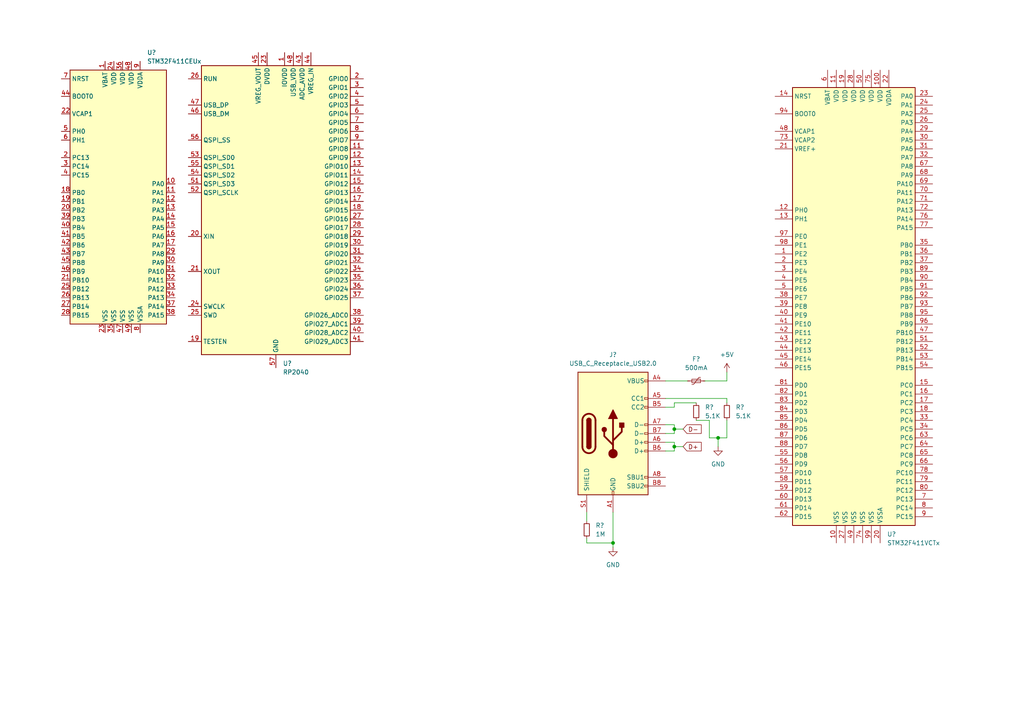
<source format=kicad_sch>
(kicad_sch (version 20211123) (generator eeschema)
  (paper "A4")
  (lib_symbols
    (symbol "Connector:USB_C_Receptacle_USB2.0" (pin_names (offset 1.016))
      (property "Reference" "J" (at -10.16 19.05 0))
      (property "Value" "USB_C_Receptacle_USB2.0" (at 19.05 19.05 0))
      (symbol "USB_C_Receptacle_USB2.0_0_0"
        (rectangle (start -0.254 -17.78) (end 0.254 -16.764))
        (rectangle (start 10.16 -14.986) (end 9.144 -15.494))
        (rectangle (start 10.16 -12.446) (end 9.144 -12.954))
        (rectangle (start 10.16 -4.826) (end 9.144 -5.334))
        (rectangle (start 10.16 -2.286) (end 9.144 -2.794))
        (rectangle (start 10.16 0.254) (end 9.144 -0.254))
        (rectangle (start 10.16 2.794) (end 9.144 2.286))
        (rectangle (start 10.16 7.874) (end 9.144 7.366))
        (rectangle (start 10.16 10.414) (end 9.144 9.906))
        (rectangle (start 10.16 15.494) (end 9.144 14.986))
      )
      (symbol "USB_C_Receptacle_USB2.0_0_1"
        (rectangle (start -10.16 17.78) (end 10.16 -17.78) (stroke (width 0.254)) (fill (type background)))
        (arc (start -8.89 -3.81) (mid -6.985 -5.715) (end -5.08 -3.81) (stroke (width 0.508)))
        (arc (start -7.62 -3.81) (mid -6.985 -4.445) (end -6.35 -3.81) (stroke (width 0.254)))
        (arc (start -7.62 -3.81) (mid -6.985 -4.445) (end -6.35 -3.81) (stroke (width 0.254)) (fill (type outline)))
        (rectangle (start -7.62 -3.81) (end -6.35 3.81) (stroke (width 0.254)) (fill (type outline)))
        (arc (start -6.35 3.81) (mid -6.985 4.445) (end -7.62 3.81) (stroke (width 0.254)))
        (arc (start -6.35 3.81) (mid -6.985 4.445) (end -7.62 3.81) (stroke (width 0.254)) (fill (type outline)))
        (arc (start -5.08 3.81) (mid -6.985 5.715) (end -8.89 3.81) (stroke (width 0.508)))
        (circle (center -2.54 1.143) (radius 0.635) (stroke (width 0.254)) (fill (type outline)))
        (circle (center 0 -5.842) (radius 1.27) (fill (type outline)))
        (polyline (pts (xy -8.89 -3.81) (xy -8.89 3.81)) (stroke (width 0.508)))
        (polyline (pts (xy -5.08 3.81) (xy -5.08 -3.81)) (stroke (width 0.508)))
        (polyline (pts (xy 0 -5.842) (xy 0 4.318)) (stroke (width 0.508)))
        (polyline (pts (xy 0 -3.302) (xy -2.54 -0.762) (xy -2.54 0.508)) (stroke (width 0.508)))
        (polyline (pts (xy 0 -2.032) (xy 2.54 0.508) (xy 2.54 1.778)) (stroke (width 0.508)))
        (polyline (pts (xy -1.27 4.318) (xy 0 6.858) (xy 1.27 4.318) (xy -1.27 4.318)) (stroke (width 0.254)) (fill (type outline)))
        (rectangle (start 1.905 1.778) (end 3.175 3.048) (stroke (width 0.254)) (fill (type outline)))
      )
      (symbol "USB_C_Receptacle_USB2.0_1_1"
        (pin passive line (at 0 -22.86 90) (length 5.08) (name "GND") (number "A1"))
        (pin passive line (at 0 -22.86 90) (length 5.08) hide (name "GND") (number "A12"))
        (pin passive line (at 15.24 15.24 180) (length 5.08) (name "VBUS") (number "A4"))
        (pin bidirectional line (at 15.24 10.16 180) (length 5.08) (name "CC1") (number "A5"))
        (pin bidirectional line (at 15.24 -2.54 180) (length 5.08) (name "D+") (number "A6"))
        (pin bidirectional line (at 15.24 2.54 180) (length 5.08) (name "D-") (number "A7"))
        (pin bidirectional line (at 15.24 -12.7 180) (length 5.08) (name "SBU1") (number "A8"))
        (pin passive line (at 15.24 15.24 180) (length 5.08) hide (name "VBUS") (number "A9"))
        (pin passive line (at 0 -22.86 90) (length 5.08) hide (name "GND") (number "B1"))
        (pin passive line (at 0 -22.86 90) (length 5.08) hide (name "GND") (number "B12"))
        (pin passive line (at 15.24 15.24 180) (length 5.08) hide (name "VBUS") (number "B4"))
        (pin bidirectional line (at 15.24 7.62 180) (length 5.08) (name "CC2") (number "B5"))
        (pin bidirectional line (at 15.24 -5.08 180) (length 5.08) (name "D+") (number "B6"))
        (pin bidirectional line (at 15.24 0 180) (length 5.08) (name "D-") (number "B7"))
        (pin bidirectional line (at 15.24 -15.24 180) (length 5.08) (name "SBU2") (number "B8"))
        (pin passive line (at 15.24 15.24 180) (length 5.08) hide (name "VBUS") (number "B9"))
        (pin passive line (at -7.62 -22.86 90) (length 5.08) (name "SHIELD") (number "S1"))
      )
    )
    (symbol "Device:Polyfuse_Small" (pin_numbers hide) (pin_names (offset 0))
      (property "Reference" "F" (at -1.905 0 90))
      (property "Value" "Polyfuse_Small" (at 1.905 0 90))
      (symbol "Polyfuse_Small_0_1"
        (rectangle (start -0.508 1.27) (end 0.508 -1.27))
        (polyline (pts (xy 0 2.54) (xy 0 -2.54)))
        (polyline (pts (xy -1.016 1.27) (xy -1.016 0.762) (xy 1.016 -0.762) (xy 1.016 -1.27)))
      )
      (symbol "Polyfuse_Small_1_1"
        (pin passive line (at 0 2.54 270) (length 0.635) (name "~") (number "1"))
        (pin passive line (at 0 -2.54 90) (length 0.635) (name "~") (number "2"))
      )
    )
    (symbol "Device:R_Small" (pin_numbers hide) (pin_names (offset 0.254) hide)
      (property "Reference" "R" (at 0.762 0.508 0))
      (property "Value" "R_Small" (at 0.762 -1.016 0))
      (symbol "R_Small_0_1"
        (rectangle (start -0.762 1.778) (end 0.762 -1.778) (stroke (width 0.2032)))
      )
      (symbol "R_Small_1_1"
        (pin passive line (at 0 2.54 270) (length 0.762) (name "~") (number "1"))
        (pin passive line (at 0 -2.54 90) (length 0.762) (name "~") (number "2"))
      )
    )
    (symbol "MCU_RaspberryPi:RP2040"
      (property "Reference" "U" (at 17.78 45.72 0))
      (property "Value" "RP2040" (at 17.78 43.18 0))
      (symbol "RP2040_0_1"
        (rectangle (start -21.59 41.91) (end 21.59 -41.91) (stroke (width 0.254)) (fill (type background)))
      )
      (symbol "RP2040_1_1"
        (pin power_in line (at 2.54 45.72 270) (length 3.81) (name "IOVDD") (number "1"))
        (pin passive line (at 2.54 45.72 270) (length 3.81) hide (name "IOVDD") (number "10"))
        (pin bidirectional line (at 25.4 17.78 180) (length 3.81) (name "GPIO8") (number "11"))
        (pin bidirectional line (at 25.4 15.24 180) (length 3.81) (name "GPIO9") (number "12"))
        (pin bidirectional line (at 25.4 12.7 180) (length 3.81) (name "GPIO10") (number "13"))
        (pin bidirectional line (at 25.4 10.16 180) (length 3.81) (name "GPIO11") (number "14"))
        (pin bidirectional line (at 25.4 7.62 180) (length 3.81) (name "GPIO12") (number "15"))
        (pin bidirectional line (at 25.4 5.08 180) (length 3.81) (name "GPIO13") (number "16"))
        (pin bidirectional line (at 25.4 2.54 180) (length 3.81) (name "GPIO14") (number "17"))
        (pin bidirectional line (at 25.4 0 180) (length 3.81) (name "GPIO15") (number "18"))
        (pin input line (at -25.4 -38.1 0) (length 3.81) (name "TESTEN") (number "19"))
        (pin bidirectional line (at 25.4 38.1 180) (length 3.81) (name "GPIO0") (number "2"))
        (pin input line (at -25.4 -7.62 0) (length 3.81) (name "XIN") (number "20"))
        (pin passive line (at -25.4 -17.78 0) (length 3.81) (name "XOUT") (number "21"))
        (pin passive line (at 2.54 45.72 270) (length 3.81) hide (name "IOVDD") (number "22"))
        (pin power_in line (at -2.54 45.72 270) (length 3.81) (name "DVDD") (number "23"))
        (pin output line (at -25.4 -27.94 0) (length 3.81) (name "SWCLK") (number "24"))
        (pin bidirectional line (at -25.4 -30.48 0) (length 3.81) (name "SWD") (number "25"))
        (pin input line (at -25.4 38.1 0) (length 3.81) (name "RUN") (number "26"))
        (pin bidirectional line (at 25.4 -2.54 180) (length 3.81) (name "GPIO16") (number "27"))
        (pin bidirectional line (at 25.4 -5.08 180) (length 3.81) (name "GPIO17") (number "28"))
        (pin bidirectional line (at 25.4 -7.62 180) (length 3.81) (name "GPIO18") (number "29"))
        (pin bidirectional line (at 25.4 35.56 180) (length 3.81) (name "GPIO1") (number "3"))
        (pin bidirectional line (at 25.4 -10.16 180) (length 3.81) (name "GPIO19") (number "30"))
        (pin bidirectional line (at 25.4 -12.7 180) (length 3.81) (name "GPIO20") (number "31"))
        (pin bidirectional line (at 25.4 -15.24 180) (length 3.81) (name "GPIO21") (number "32"))
        (pin passive line (at 2.54 45.72 270) (length 3.81) hide (name "IOVDD") (number "33"))
        (pin bidirectional line (at 25.4 -17.78 180) (length 3.81) (name "GPIO22") (number "34"))
        (pin bidirectional line (at 25.4 -20.32 180) (length 3.81) (name "GPIO23") (number "35"))
        (pin bidirectional line (at 25.4 -22.86 180) (length 3.81) (name "GPIO24") (number "36"))
        (pin bidirectional line (at 25.4 -25.4 180) (length 3.81) (name "GPIO25") (number "37"))
        (pin bidirectional line (at 25.4 -30.48 180) (length 3.81) (name "GPIO26_ADC0") (number "38"))
        (pin bidirectional line (at 25.4 -33.02 180) (length 3.81) (name "GPIO27_ADC1") (number "39"))
        (pin bidirectional line (at 25.4 33.02 180) (length 3.81) (name "GPIO2") (number "4"))
        (pin bidirectional line (at 25.4 -35.56 180) (length 3.81) (name "GPIO28_ADC2") (number "40"))
        (pin bidirectional line (at 25.4 -38.1 180) (length 3.81) (name "GPIO29_ADC3") (number "41"))
        (pin passive line (at 2.54 45.72 270) (length 3.81) hide (name "IOVDD") (number "42"))
        (pin power_in line (at 7.62 45.72 270) (length 3.81) (name "ADC_AVDD") (number "43"))
        (pin power_in line (at 10.16 45.72 270) (length 3.81) (name "VREG_IN") (number "44"))
        (pin power_out line (at -5.08 45.72 270) (length 3.81) (name "VREG_VOUT") (number "45"))
        (pin bidirectional line (at -25.4 27.94 0) (length 3.81) (name "USB_DM") (number "46"))
        (pin bidirectional line (at -25.4 30.48 0) (length 3.81) (name "USB_DP") (number "47"))
        (pin power_in line (at 5.08 45.72 270) (length 3.81) (name "USB_VDD") (number "48"))
        (pin passive line (at 2.54 45.72 270) (length 3.81) hide (name "IOVDD") (number "49"))
        (pin bidirectional line (at 25.4 30.48 180) (length 3.81) (name "GPIO3") (number "5"))
        (pin passive line (at -2.54 45.72 270) (length 3.81) hide (name "DVDD") (number "50"))
        (pin bidirectional line (at -25.4 7.62 0) (length 3.81) (name "QSPI_SD3") (number "51"))
        (pin output line (at -25.4 5.08 0) (length 3.81) (name "QSPI_SCLK") (number "52"))
        (pin bidirectional line (at -25.4 15.24 0) (length 3.81) (name "QSPI_SD0") (number "53"))
        (pin bidirectional line (at -25.4 10.16 0) (length 3.81) (name "QSPI_SD2") (number "54"))
        (pin bidirectional line (at -25.4 12.7 0) (length 3.81) (name "QSPI_SD1") (number "55"))
        (pin bidirectional line (at -25.4 20.32 0) (length 3.81) (name "QSPI_SS") (number "56"))
        (pin power_in line (at 0 -45.72 90) (length 3.81) (name "GND") (number "57"))
        (pin bidirectional line (at 25.4 27.94 180) (length 3.81) (name "GPIO4") (number "6"))
        (pin bidirectional line (at 25.4 25.4 180) (length 3.81) (name "GPIO5") (number "7"))
        (pin bidirectional line (at 25.4 22.86 180) (length 3.81) (name "GPIO6") (number "8"))
        (pin bidirectional line (at 25.4 20.32 180) (length 3.81) (name "GPIO7") (number "9"))
      )
    )
    (symbol "MCU_ST_STM32F4:STM32F411CEUx"
      (property "Reference" "U" (at -15.24 36.83 0))
      (property "Value" "STM32F411CEUx" (at 7.62 36.83 0))
      (symbol "STM32F411CEUx_0_1"
        (rectangle (start -15.24 -38.1) (end 12.7 35.56) (stroke (width 0.254)) (fill (type background)))
      )
      (symbol "STM32F411CEUx_1_1"
        (pin power_in line (at -5.08 38.1 270) (length 2.54) (name "VBAT") (number "1"))
        (pin bidirectional line (at 15.24 2.54 180) (length 2.54) (name "PA0") (number "10"))
        (pin bidirectional line (at 15.24 0 180) (length 2.54) (name "PA1") (number "11"))
        (pin bidirectional line (at 15.24 -2.54 180) (length 2.54) (name "PA2") (number "12"))
        (pin bidirectional line (at 15.24 -5.08 180) (length 2.54) (name "PA3") (number "13"))
        (pin bidirectional line (at 15.24 -7.62 180) (length 2.54) (name "PA4") (number "14"))
        (pin bidirectional line (at 15.24 -10.16 180) (length 2.54) (name "PA5") (number "15"))
        (pin bidirectional line (at 15.24 -12.7 180) (length 2.54) (name "PA6") (number "16"))
        (pin bidirectional line (at 15.24 -15.24 180) (length 2.54) (name "PA7") (number "17"))
        (pin bidirectional line (at -17.78 0 0) (length 2.54) (name "PB0") (number "18"))
        (pin bidirectional line (at -17.78 -2.54 0) (length 2.54) (name "PB1") (number "19"))
        (pin bidirectional line (at -17.78 10.16 0) (length 2.54) (name "PC13") (number "2"))
        (pin bidirectional line (at -17.78 -5.08 0) (length 2.54) (name "PB2") (number "20"))
        (pin bidirectional line (at -17.78 -25.4 0) (length 2.54) (name "PB10") (number "21"))
        (pin power_in line (at -17.78 22.86 0) (length 2.54) (name "VCAP1") (number "22"))
        (pin power_in line (at -5.08 -40.64 90) (length 2.54) (name "VSS") (number "23"))
        (pin power_in line (at -2.54 38.1 270) (length 2.54) (name "VDD") (number "24"))
        (pin bidirectional line (at -17.78 -27.94 0) (length 2.54) (name "PB12") (number "25"))
        (pin bidirectional line (at -17.78 -30.48 0) (length 2.54) (name "PB13") (number "26"))
        (pin bidirectional line (at -17.78 -33.02 0) (length 2.54) (name "PB14") (number "27"))
        (pin bidirectional line (at -17.78 -35.56 0) (length 2.54) (name "PB15") (number "28"))
        (pin bidirectional line (at 15.24 -17.78 180) (length 2.54) (name "PA8") (number "29"))
        (pin bidirectional line (at -17.78 7.62 0) (length 2.54) (name "PC14") (number "3"))
        (pin bidirectional line (at 15.24 -20.32 180) (length 2.54) (name "PA9") (number "30"))
        (pin bidirectional line (at 15.24 -22.86 180) (length 2.54) (name "PA10") (number "31"))
        (pin bidirectional line (at 15.24 -25.4 180) (length 2.54) (name "PA11") (number "32"))
        (pin bidirectional line (at 15.24 -27.94 180) (length 2.54) (name "PA12") (number "33"))
        (pin bidirectional line (at 15.24 -30.48 180) (length 2.54) (name "PA13") (number "34"))
        (pin power_in line (at -2.54 -40.64 90) (length 2.54) (name "VSS") (number "35"))
        (pin power_in line (at 0 38.1 270) (length 2.54) (name "VDD") (number "36"))
        (pin bidirectional line (at 15.24 -33.02 180) (length 2.54) (name "PA14") (number "37"))
        (pin bidirectional line (at 15.24 -35.56 180) (length 2.54) (name "PA15") (number "38"))
        (pin bidirectional line (at -17.78 -7.62 0) (length 2.54) (name "PB3") (number "39"))
        (pin bidirectional line (at -17.78 5.08 0) (length 2.54) (name "PC15") (number "4"))
        (pin bidirectional line (at -17.78 -10.16 0) (length 2.54) (name "PB4") (number "40"))
        (pin bidirectional line (at -17.78 -12.7 0) (length 2.54) (name "PB5") (number "41"))
        (pin bidirectional line (at -17.78 -15.24 0) (length 2.54) (name "PB6") (number "42"))
        (pin bidirectional line (at -17.78 -17.78 0) (length 2.54) (name "PB7") (number "43"))
        (pin input line (at -17.78 27.94 0) (length 2.54) (name "BOOT0") (number "44"))
        (pin bidirectional line (at -17.78 -20.32 0) (length 2.54) (name "PB8") (number "45"))
        (pin bidirectional line (at -17.78 -22.86 0) (length 2.54) (name "PB9") (number "46"))
        (pin power_in line (at 0 -40.64 90) (length 2.54) (name "VSS") (number "47"))
        (pin power_in line (at 2.54 38.1 270) (length 2.54) (name "VDD") (number "48"))
        (pin power_in line (at 2.54 -40.64 90) (length 2.54) (name "VSS") (number "49"))
        (pin input line (at -17.78 17.78 0) (length 2.54) (name "PH0") (number "5"))
        (pin input line (at -17.78 15.24 0) (length 2.54) (name "PH1") (number "6"))
        (pin input line (at -17.78 33.02 0) (length 2.54) (name "NRST") (number "7"))
        (pin power_in line (at 5.08 -40.64 90) (length 2.54) (name "VSSA") (number "8"))
        (pin power_in line (at 5.08 38.1 270) (length 2.54) (name "VDDA") (number "9"))
      )
    )
    (symbol "MCU_ST_STM32F4:STM32F411VCTx"
      (property "Reference" "U" (at -17.78 64.77 0))
      (property "Value" "STM32F411VCTx" (at 12.7 64.77 0))
      (symbol "STM32F411VCTx_0_1"
        (rectangle (start -17.78 -63.5) (end 17.78 63.5) (stroke (width 0.254)) (fill (type background)))
      )
      (symbol "STM32F411VCTx_1_1"
        (pin bidirectional line (at -22.86 15.24 0) (length 5.08) (name "PE2") (number "1"))
        (pin power_in line (at -5.08 -68.58 90) (length 5.08) (name "VSS") (number "10"))
        (pin power_in line (at 7.62 68.58 270) (length 5.08) (name "VDD") (number "100"))
        (pin power_in line (at -5.08 68.58 270) (length 5.08) (name "VDD") (number "11"))
        (pin input line (at -22.86 27.94 0) (length 5.08) (name "PH0") (number "12"))
        (pin input line (at -22.86 25.4 0) (length 5.08) (name "PH1") (number "13"))
        (pin input line (at -22.86 60.96 0) (length 5.08) (name "NRST") (number "14"))
        (pin bidirectional line (at 22.86 -22.86 180) (length 5.08) (name "PC0") (number "15"))
        (pin bidirectional line (at 22.86 -25.4 180) (length 5.08) (name "PC1") (number "16"))
        (pin bidirectional line (at 22.86 -27.94 180) (length 5.08) (name "PC2") (number "17"))
        (pin bidirectional line (at 22.86 -30.48 180) (length 5.08) (name "PC3") (number "18"))
        (pin power_in line (at -2.54 68.58 270) (length 5.08) (name "VDD") (number "19"))
        (pin bidirectional line (at -22.86 12.7 0) (length 5.08) (name "PE3") (number "2"))
        (pin power_in line (at 7.62 -68.58 90) (length 5.08) (name "VSSA") (number "20"))
        (pin power_in line (at -22.86 45.72 0) (length 5.08) (name "VREF+") (number "21"))
        (pin power_in line (at 10.16 68.58 270) (length 5.08) (name "VDDA") (number "22"))
        (pin bidirectional line (at 22.86 60.96 180) (length 5.08) (name "PA0") (number "23"))
        (pin bidirectional line (at 22.86 58.42 180) (length 5.08) (name "PA1") (number "24"))
        (pin bidirectional line (at 22.86 55.88 180) (length 5.08) (name "PA2") (number "25"))
        (pin bidirectional line (at 22.86 53.34 180) (length 5.08) (name "PA3") (number "26"))
        (pin power_in line (at -2.54 -68.58 90) (length 5.08) (name "VSS") (number "27"))
        (pin power_in line (at 0 68.58 270) (length 5.08) (name "VDD") (number "28"))
        (pin bidirectional line (at 22.86 50.8 180) (length 5.08) (name "PA4") (number "29"))
        (pin bidirectional line (at -22.86 10.16 0) (length 5.08) (name "PE4") (number "3"))
        (pin bidirectional line (at 22.86 48.26 180) (length 5.08) (name "PA5") (number "30"))
        (pin bidirectional line (at 22.86 45.72 180) (length 5.08) (name "PA6") (number "31"))
        (pin bidirectional line (at 22.86 43.18 180) (length 5.08) (name "PA7") (number "32"))
        (pin bidirectional line (at 22.86 -33.02 180) (length 5.08) (name "PC4") (number "33"))
        (pin bidirectional line (at 22.86 -35.56 180) (length 5.08) (name "PC5") (number "34"))
        (pin bidirectional line (at 22.86 17.78 180) (length 5.08) (name "PB0") (number "35"))
        (pin bidirectional line (at 22.86 15.24 180) (length 5.08) (name "PB1") (number "36"))
        (pin bidirectional line (at 22.86 12.7 180) (length 5.08) (name "PB2") (number "37"))
        (pin bidirectional line (at -22.86 2.54 0) (length 5.08) (name "PE7") (number "38"))
        (pin bidirectional line (at -22.86 0 0) (length 5.08) (name "PE8") (number "39"))
        (pin bidirectional line (at -22.86 7.62 0) (length 5.08) (name "PE5") (number "4"))
        (pin bidirectional line (at -22.86 -2.54 0) (length 5.08) (name "PE9") (number "40"))
        (pin bidirectional line (at -22.86 -5.08 0) (length 5.08) (name "PE10") (number "41"))
        (pin bidirectional line (at -22.86 -7.62 0) (length 5.08) (name "PE11") (number "42"))
        (pin bidirectional line (at -22.86 -10.16 0) (length 5.08) (name "PE12") (number "43"))
        (pin bidirectional line (at -22.86 -12.7 0) (length 5.08) (name "PE13") (number "44"))
        (pin bidirectional line (at -22.86 -15.24 0) (length 5.08) (name "PE14") (number "45"))
        (pin bidirectional line (at -22.86 -17.78 0) (length 5.08) (name "PE15") (number "46"))
        (pin bidirectional line (at 22.86 -7.62 180) (length 5.08) (name "PB10") (number "47"))
        (pin power_in line (at -22.86 50.8 0) (length 5.08) (name "VCAP1") (number "48"))
        (pin power_in line (at 0 -68.58 90) (length 5.08) (name "VSS") (number "49"))
        (pin bidirectional line (at -22.86 5.08 0) (length 5.08) (name "PE6") (number "5"))
        (pin power_in line (at 2.54 68.58 270) (length 5.08) (name "VDD") (number "50"))
        (pin bidirectional line (at 22.86 -10.16 180) (length 5.08) (name "PB12") (number "51"))
        (pin bidirectional line (at 22.86 -12.7 180) (length 5.08) (name "PB13") (number "52"))
        (pin bidirectional line (at 22.86 -15.24 180) (length 5.08) (name "PB14") (number "53"))
        (pin bidirectional line (at 22.86 -17.78 180) (length 5.08) (name "PB15") (number "54"))
        (pin bidirectional line (at -22.86 -43.18 0) (length 5.08) (name "PD8") (number "55"))
        (pin bidirectional line (at -22.86 -45.72 0) (length 5.08) (name "PD9") (number "56"))
        (pin bidirectional line (at -22.86 -48.26 0) (length 5.08) (name "PD10") (number "57"))
        (pin bidirectional line (at -22.86 -50.8 0) (length 5.08) (name "PD11") (number "58"))
        (pin bidirectional line (at -22.86 -53.34 0) (length 5.08) (name "PD12") (number "59"))
        (pin power_in line (at -7.62 68.58 270) (length 5.08) (name "VBAT") (number "6"))
        (pin bidirectional line (at -22.86 -55.88 0) (length 5.08) (name "PD13") (number "60"))
        (pin bidirectional line (at -22.86 -58.42 0) (length 5.08) (name "PD14") (number "61"))
        (pin bidirectional line (at -22.86 -60.96 0) (length 5.08) (name "PD15") (number "62"))
        (pin bidirectional line (at 22.86 -38.1 180) (length 5.08) (name "PC6") (number "63"))
        (pin bidirectional line (at 22.86 -40.64 180) (length 5.08) (name "PC7") (number "64"))
        (pin bidirectional line (at 22.86 -43.18 180) (length 5.08) (name "PC8") (number "65"))
        (pin bidirectional line (at 22.86 -45.72 180) (length 5.08) (name "PC9") (number "66"))
        (pin bidirectional line (at 22.86 40.64 180) (length 5.08) (name "PA8") (number "67"))
        (pin bidirectional line (at 22.86 38.1 180) (length 5.08) (name "PA9") (number "68"))
        (pin bidirectional line (at 22.86 35.56 180) (length 5.08) (name "PA10") (number "69"))
        (pin bidirectional line (at 22.86 -55.88 180) (length 5.08) (name "PC13") (number "7"))
        (pin bidirectional line (at 22.86 33.02 180) (length 5.08) (name "PA11") (number "70"))
        (pin bidirectional line (at 22.86 30.48 180) (length 5.08) (name "PA12") (number "71"))
        (pin bidirectional line (at 22.86 27.94 180) (length 5.08) (name "PA13") (number "72"))
        (pin power_in line (at -22.86 48.26 0) (length 5.08) (name "VCAP2") (number "73"))
        (pin power_in line (at 2.54 -68.58 90) (length 5.08) (name "VSS") (number "74"))
        (pin power_in line (at 5.08 68.58 270) (length 5.08) (name "VDD") (number "75"))
        (pin bidirectional line (at 22.86 25.4 180) (length 5.08) (name "PA14") (number "76"))
        (pin bidirectional line (at 22.86 22.86 180) (length 5.08) (name "PA15") (number "77"))
        (pin bidirectional line (at 22.86 -48.26 180) (length 5.08) (name "PC10") (number "78"))
        (pin bidirectional line (at 22.86 -50.8 180) (length 5.08) (name "PC11") (number "79"))
        (pin bidirectional line (at 22.86 -58.42 180) (length 5.08) (name "PC14") (number "8"))
        (pin bidirectional line (at 22.86 -53.34 180) (length 5.08) (name "PC12") (number "80"))
        (pin bidirectional line (at -22.86 -22.86 0) (length 5.08) (name "PD0") (number "81"))
        (pin bidirectional line (at -22.86 -25.4 0) (length 5.08) (name "PD1") (number "82"))
        (pin bidirectional line (at -22.86 -27.94 0) (length 5.08) (name "PD2") (number "83"))
        (pin bidirectional line (at -22.86 -30.48 0) (length 5.08) (name "PD3") (number "84"))
        (pin bidirectional line (at -22.86 -33.02 0) (length 5.08) (name "PD4") (number "85"))
        (pin bidirectional line (at -22.86 -35.56 0) (length 5.08) (name "PD5") (number "86"))
        (pin bidirectional line (at -22.86 -38.1 0) (length 5.08) (name "PD6") (number "87"))
        (pin bidirectional line (at -22.86 -40.64 0) (length 5.08) (name "PD7") (number "88"))
        (pin bidirectional line (at 22.86 10.16 180) (length 5.08) (name "PB3") (number "89"))
        (pin bidirectional line (at 22.86 -60.96 180) (length 5.08) (name "PC15") (number "9"))
        (pin bidirectional line (at 22.86 7.62 180) (length 5.08) (name "PB4") (number "90"))
        (pin bidirectional line (at 22.86 5.08 180) (length 5.08) (name "PB5") (number "91"))
        (pin bidirectional line (at 22.86 2.54 180) (length 5.08) (name "PB6") (number "92"))
        (pin bidirectional line (at 22.86 0 180) (length 5.08) (name "PB7") (number "93"))
        (pin input line (at -22.86 55.88 0) (length 5.08) (name "BOOT0") (number "94"))
        (pin bidirectional line (at 22.86 -2.54 180) (length 5.08) (name "PB8") (number "95"))
        (pin bidirectional line (at 22.86 -5.08 180) (length 5.08) (name "PB9") (number "96"))
        (pin bidirectional line (at -22.86 20.32 0) (length 5.08) (name "PE0") (number "97"))
        (pin bidirectional line (at -22.86 17.78 0) (length 5.08) (name "PE1") (number "98"))
        (pin power_in line (at 5.08 -68.58 90) (length 5.08) (name "VSS") (number "99"))
      )
    )
    (symbol "power:+5V" (power) (pin_names (offset 0))
      (property "Value" "+5V" (at 0 3.556 0))
      (symbol "+5V_0_1"
        (polyline (pts (xy -0.762 1.27) (xy 0 2.54)))
        (polyline (pts (xy 0 0) (xy 0 2.54)))
        (polyline (pts (xy 0 2.54) (xy 0.762 1.27)))
      )
      (symbol "+5V_1_1"
        (pin power_in line (at 0 0 90) (length 0) hide (name "+5V") (number "1"))
      )
    )
    (symbol "power:GND" (power) (pin_names (offset 0))
      (property "Value" "GND" (at 0 -3.81 0))
      (symbol "GND_0_1"
        (polyline (pts (xy 0 0) (xy 0 -1.27) (xy 1.27 -1.27) (xy 0 -2.54) (xy -1.27 -1.27) (xy 0 -1.27)))
      )
      (symbol "GND_1_1"
        (pin power_in line (at 0 0 270) (length 0) hide (name "GND") (number "1"))
      )
    )
  )
  (junction (at 177.8 157.48))
  (junction (at 195.58 124.46))
  (junction (at 208.28 127))
  (junction (at 195.58 129.54))
  (wire (pts (xy 208.28 127) (xy 208.28 129.54)))
  (wire (pts (xy 170.18 148.59) (xy 170.18 151.13)))
  (wire (pts (xy 195.58 123.19) (xy 193.04 123.19)))
  (wire (pts (xy 193.04 115.57) (xy 210.82 115.57)))
  (wire (pts (xy 195.58 128.27) (xy 193.04 128.27)))
  (wire (pts (xy 210.82 115.57) (xy 210.82 116.84)))
  (wire (pts (xy 205.74 121.92) (xy 205.74 127)))
  (wire (pts (xy 177.8 148.59) (xy 177.8 157.48)))
  (wire (pts (xy 208.28 127) (xy 210.82 127)))
  (wire (pts (xy 193.04 110.49) (xy 199.39 110.49)))
  (wire (pts (xy 195.58 118.11) (xy 195.58 116.84)))
  (wire (pts (xy 204.47 110.49) (xy 210.82 110.49)))
  (wire (pts (xy 205.74 127) (xy 208.28 127)))
  (wire (pts (xy 195.58 129.54) (xy 195.58 128.27)))
  (wire (pts (xy 193.04 125.73) (xy 195.58 125.73)))
  (wire (pts (xy 195.58 124.46) (xy 195.58 123.19)))
  (wire (pts (xy 195.58 130.81) (xy 195.58 129.54)))
  (wire (pts (xy 195.58 116.84) (xy 201.93 116.84)))
  (wire (pts (xy 195.58 125.73) (xy 195.58 124.46)))
  (wire (pts (xy 201.93 121.92) (xy 205.74 121.92)))
  (wire (pts (xy 170.18 156.21) (xy 170.18 157.48)))
  (wire (pts (xy 195.58 129.54) (xy 198.12 129.54)))
  (wire (pts (xy 177.8 157.48) (xy 177.8 158.75)))
  (wire (pts (xy 193.04 130.81) (xy 195.58 130.81)))
  (wire (pts (xy 210.82 121.92) (xy 210.82 127)))
  (wire (pts (xy 170.18 157.48) (xy 177.8 157.48)))
  (wire (pts (xy 195.58 124.46) (xy 198.12 124.46)))
  (wire (pts (xy 210.82 110.49) (xy 210.82 107.95)))
  (wire (pts (xy 193.04 118.11) (xy 195.58 118.11)))
  (global_label "D+" (shape input) (at 198.12 129.54 0) (property "Intersheet References" "${INTERSHEET_REFS}" (effects hide)))
  (global_label "D-" (shape input) (at 198.12 124.46 0) (property "Intersheet References" "${INTERSHEET_REFS}" (effects hide)))
  (symbol (lib_id "Device:R_Small") (at 201.93 119.38 180) (unit 1)
    (property "Reference" "R?" (at 204.47 118.1099 0) (effects (justify right)))
    (property "Value" "5.1K" (at 204.47 120.6499 0) (effects (justify right)))
  )
  (symbol (lib_id "power:GND") (at 208.28 129.54 0) (unit 1)
    (property "Reference" "#PWR?" (effects hide))
    (property "Value" "GND" (at 208.28 134.62 0))
  )
  (symbol (lib_id "power:GND") (at 177.8 158.75 0) (unit 1)
    (property "Reference" "#PWR?" (effects hide))
    (property "Value" "GND" (at 177.8 163.83 0))
  )
  (symbol (lib_id "Device:Polyfuse_Small") (at 201.93 110.49 90) (unit 1)
    (property "Reference" "F?" (at 201.93 104.14 90))
    (property "Value" "500mA" (at 201.93 106.68 90))
  )
  (symbol (lib_id "MCU_RaspberryPi:RP2040") (at 80.01 60.96 0) (unit 1)
    (property "Reference" "U?" (at 82.0294 105.41 0) (effects (justify left)))
    (property "Value" "RP2040" (at 82.0294 107.95 0) (effects (justify left)))
    (property "Footprint" "Package_DFN_QFN:QFN-56-1EP_7x7mm_P0.4mm_EP3.2x3.2mm" (effects hide))
    (property "Datasheet" "https://datasheets.raspberrypi.com/rp2040/rp2040-datasheet.pdf" (effects hide))
  )
  (symbol (lib_id "Connector:USB_C_Receptacle_USB2.0") (at 177.8 125.73 0) (unit 1)
    (property "Reference" "J?" (at 177.8 102.87 0))
    (property "Value" "USB_C_Receptacle_USB2.0" (at 177.8 105.41 0))
    (property "Datasheet" "https://www.usb.org/sites/default/files/documents/usb_type-c.zip" (effects hide))
  )
  (symbol (lib_id "power:+5V") (at 210.82 107.95 0) (unit 1)
    (property "Reference" "#PWR?" (effects hide))
    (property "Value" "+5V" (at 210.82 102.87 0))
  )
  (symbol (lib_id "Device:R_Small") (at 210.82 119.38 180) (unit 1)
    (property "Reference" "R?" (at 213.36 118.1099 0) (effects (justify right)))
    (property "Value" "5.1K" (at 213.36 120.6499 0) (effects (justify right)))
  )
  (symbol (lib_id "MCU_ST_STM32F4:STM32F411CEUx") (at 35.56 55.88 0) (unit 1)
    (property "Reference" "U?" (at 42.6594 15.24 0) (effects (justify left)))
    (property "Value" "STM32F411CEUx" (at 42.6594 17.78 0) (effects (justify left)))
    (property "Footprint" "Package_DFN_QFN:QFN-48-1EP_7x7mm_P0.5mm_EP5.6x5.6mm" (effects hide))
    (property "Datasheet" "http://www.st.com/st-web-ui/static/active/en/resource/technical/document/datasheet/DM00115249.pdf" (effects hide))
  )
  (symbol (lib_id "MCU_ST_STM32F4:STM32F411VCTx") (at 247.65 88.9 0) (unit 1)
    (property "Reference" "U?" (at 257.2894 154.94 0) (effects (justify left)))
    (property "Value" "STM32F411VCTx" (at 257.2894 157.48 0) (effects (justify left)))
    (property "Footprint" "Package_QFP:LQFP-100_14x14mm_P0.5mm" (effects hide))
    (property "Datasheet" "http://www.st.com/st-web-ui/static/active/en/resource/technical/document/datasheet/DM00115249.pdf" (effects hide))
  )
  (symbol (lib_id "Device:R_Small") (at 170.18 153.67 0) (unit 1)
    (property "Reference" "R?" (at 172.72 152.3999 0) (effects (justify left)))
    (property "Value" "1M" (at 172.72 154.9399 0) (effects (justify left)))
  )
)
</source>
